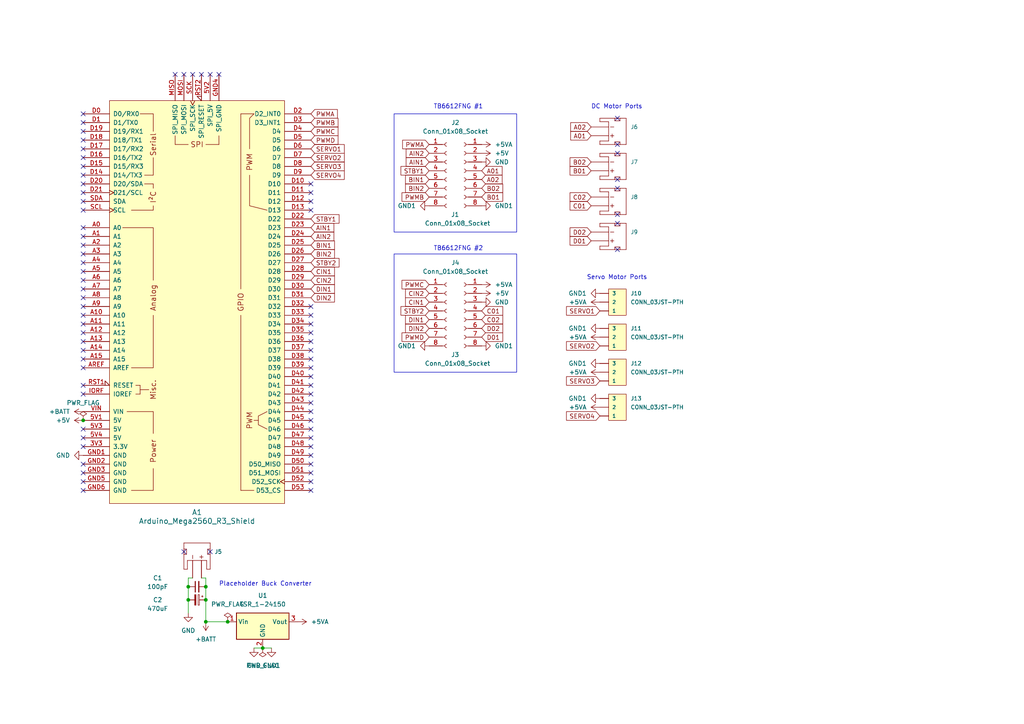
<source format=kicad_sch>
(kicad_sch (version 20230121) (generator eeschema)
  (paper "A4")
  (lib_symbols
    (symbol "CONN_03JST-PTH_1" (pin_numbers hide) (pin_names (offset 1.016))
      (property "Reference" "J" (at -5.08 7.62 0))
      (property "Value" "CONN_03JST-PTH" (at -5.08 -3.81 0))
      (property "Field4" "WIRE-10037" (at 0 11.43 0))
      (symbol "CONN_03JST-PTH_1_0_1"
        (rectangle (start 0 -1.27) (end -5.08 6.35) (fill (type background)))
      )
      (symbol "CONN_03JST-PTH_1_1_1"
        (pin passive line (at 2.54 0 180) (length 2.54) (name "1") (number "1"))
        (pin passive line (at 2.54 2.54 180) (length 2.54) (name "2") (number "2"))
        (pin passive line (at 2.54 5.08 180) (length 2.54) (name "3") (number "3"))
      )
    )
    (symbol "CONN_03JST-PTH_2" (pin_numbers hide) (pin_names (offset 1.016))
      (property "Reference" "J" (at -5.08 7.62 0))
      (property "Value" "CONN_03JST-PTH" (at -5.08 -3.81 0))
      (property "Field4" "WIRE-10037" (at 0 11.43 0))
      (symbol "CONN_03JST-PTH_2_0_1"
        (rectangle (start 0 -1.27) (end -5.08 6.35) (fill (type background)))
      )
      (symbol "CONN_03JST-PTH_2_1_1"
        (pin passive line (at 2.54 0 180) (length 2.54) (name "1") (number "1"))
        (pin passive line (at 2.54 2.54 180) (length 2.54) (name "2") (number "2"))
        (pin passive line (at 2.54 5.08 180) (length 2.54) (name "3") (number "3"))
      )
    )
    (symbol "CONN_03JST-PTH_3" (pin_numbers hide) (pin_names (offset 1.016))
      (property "Reference" "J" (at -5.08 7.62 0))
      (property "Value" "CONN_03JST-PTH" (at -5.08 -3.81 0))
      (property "Field4" "WIRE-10037" (at 0 11.43 0))
      (symbol "CONN_03JST-PTH_3_0_1"
        (rectangle (start 0 -1.27) (end -5.08 6.35) (fill (type background)))
      )
      (symbol "CONN_03JST-PTH_3_1_1"
        (pin passive line (at 2.54 0 180) (length 2.54) (name "1") (number "1"))
        (pin passive line (at 2.54 2.54 180) (length 2.54) (name "2") (number "2"))
        (pin passive line (at 2.54 5.08 180) (length 2.54) (name "3") (number "3"))
      )
    )
    (symbol "Connector:Conn_01x08_Socket" (pin_names (offset 1.016) hide)
      (property "Reference" "J" (at 0 10.16 0))
      (property "Value" "Conn_01x08_Socket" (at 0 -12.7 0))
      (symbol "Conn_01x08_Socket_1_1"
        (arc (start 0 -9.652) (mid -0.5058 -10.16) (end 0 -10.668) (stroke (width 0.1524)))
        (arc (start 0 -7.112) (mid -0.5058 -7.62) (end 0 -8.128) (stroke (width 0.1524)))
        (arc (start 0 -4.572) (mid -0.5058 -5.08) (end 0 -5.588) (stroke (width 0.1524)))
        (arc (start 0 -2.032) (mid -0.5058 -2.54) (end 0 -3.048) (stroke (width 0.1524)))
        (polyline (pts (xy -1.27 -10.16) (xy -0.508 -10.16)) (stroke (width 0.1524)))
        (polyline (pts (xy -1.27 -7.62) (xy -0.508 -7.62)) (stroke (width 0.1524)))
        (polyline (pts (xy -1.27 -5.08) (xy -0.508 -5.08)) (stroke (width 0.1524)))
        (polyline (pts (xy -1.27 -2.54) (xy -0.508 -2.54)) (stroke (width 0.1524)))
        (polyline (pts (xy -1.27 0) (xy -0.508 0)) (stroke (width 0.1524)))
        (polyline (pts (xy -1.27 2.54) (xy -0.508 2.54)) (stroke (width 0.1524)))
        (polyline (pts (xy -1.27 5.08) (xy -0.508 5.08)) (stroke (width 0.1524)))
        (polyline (pts (xy -1.27 7.62) (xy -0.508 7.62)) (stroke (width 0.1524)))
        (arc (start 0 0.508) (mid -0.5058 0) (end 0 -0.508) (stroke (width 0.1524)))
        (arc (start 0 3.048) (mid -0.5058 2.54) (end 0 2.032) (stroke (width 0.1524)))
        (arc (start 0 5.588) (mid -0.5058 5.08) (end 0 4.572) (stroke (width 0.1524)))
        (arc (start 0 8.128) (mid -0.5058 7.62) (end 0 7.112) (stroke (width 0.1524)))
        (pin passive line (at -5.08 7.62 0) (length 3.81) (name "Pin_1") (number "1"))
        (pin passive line (at -5.08 5.08 0) (length 3.81) (name "Pin_2") (number "2"))
        (pin passive line (at -5.08 2.54 0) (length 3.81) (name "Pin_3") (number "3"))
        (pin passive line (at -5.08 0 0) (length 3.81) (name "Pin_4") (number "4"))
        (pin passive line (at -5.08 -2.54 0) (length 3.81) (name "Pin_5") (number "5"))
        (pin passive line (at -5.08 -5.08 0) (length 3.81) (name "Pin_6") (number "6"))
        (pin passive line (at -5.08 -7.62 0) (length 3.81) (name "Pin_7") (number "7"))
        (pin passive line (at -5.08 -10.16 0) (length 3.81) (name "Pin_8") (number "8"))
      )
    )
    (symbol "Device:C_Polarized_Small" (pin_numbers hide) (pin_names (offset 0.254) hide)
      (property "Reference" "C" (at 0.254 1.778 0))
      (property "Value" "C_Polarized_Small" (at 0.254 -2.032 0))
      (symbol "C_Polarized_Small_0_1"
        (rectangle (start -1.524 -0.3048) (end 1.524 -0.6858) (fill (type outline)))
        (rectangle (start -1.524 0.6858) (end 1.524 0.3048))
        (polyline (pts (xy -1.27 1.524) (xy -0.762 1.524)))
        (polyline (pts (xy -1.016 1.27) (xy -1.016 1.778)))
      )
      (symbol "C_Polarized_Small_1_1"
        (pin passive line (at 0 2.54 270) (length 1.8542) (name "~") (number "1"))
        (pin passive line (at 0 -2.54 90) (length 1.8542) (name "~") (number "2"))
      )
    )
    (symbol "Device:C_Small" (pin_numbers hide) (pin_names (offset 0.254) hide)
      (property "Reference" "C" (at 0.254 1.778 0))
      (property "Value" "C_Small" (at 0.254 -2.032 0))
      (symbol "C_Small_0_1"
        (polyline (pts (xy -1.524 -0.508) (xy 1.524 -0.508)) (stroke (width 0.3302)))
        (polyline (pts (xy -1.524 0.508) (xy 1.524 0.508)) (stroke (width 0.3048)))
      )
      (symbol "C_Small_1_1"
        (pin passive line (at 0 2.54 270) (length 2.032) (name "~") (number "1"))
        (pin passive line (at 0 -2.54 90) (length 2.032) (name "~") (number "2"))
      )
    )
    (symbol "JST_2MM_MALE_1" (pin_numbers hide) (pin_names (offset 1.016) hide)
      (property "Reference" "J" (at -3.81 6.35 0))
      (property "Field4" "CONN-11443" (at 0 10.16 0))
      (symbol "JST_2MM_MALE_1_1_0"
        (polyline (pts (xy -3.81 -2.54) (xy -3.81 1.778)))
        (polyline (pts (xy -3.81 -2.54) (xy -2.794 -2.54)))
        (polyline (pts (xy -3.81 1.778) (xy -3.81 3.302)))
        (polyline (pts (xy -3.81 1.778) (xy -3.048 1.778)))
        (polyline (pts (xy -3.81 3.302) (xy -3.81 5.08)))
        (polyline (pts (xy -3.81 5.08) (xy 3.81 5.08)))
        (polyline (pts (xy -3.048 1.778) (xy -3.048 3.302)))
        (polyline (pts (xy -3.048 3.302) (xy -3.81 3.302)))
        (polyline (pts (xy -2.794 0) (xy -2.794 -2.54)))
        (polyline (pts (xy -1.27 0.508) (xy -1.27 1.524)))
        (polyline (pts (xy 0.762 1.016) (xy 1.778 1.016)))
        (polyline (pts (xy 1.27 0.508) (xy 1.27 1.524)))
        (polyline (pts (xy 2.794 -2.54) (xy 2.794 0)))
        (polyline (pts (xy 2.794 0) (xy -2.794 0)))
        (polyline (pts (xy 3.81 -2.54) (xy 2.794 -2.54)))
        (polyline (pts (xy 3.81 1.778) (xy 3.81 -2.54)))
        (polyline (pts (xy 3.81 5.08) (xy 3.81 3.302)))
      )
      (symbol "JST_2MM_MALE_1_1_1"
        (polyline (pts (xy 3.81 1.778) (xy 3.048 1.778) (xy 3.048 3.302) (xy 3.81 3.302) (xy 3.81 1.778)))
        (pin bidirectional line (at -1.27 -5.08 90) (length 5.08) (name "-") (number "1"))
        (pin bidirectional line (at 1.27 -5.08 90) (length 5.08) (name "+") (number "2"))
        (pin bidirectional line (at -3.81 2.54 90) (length 0) (name "PAD1") (number "NC1"))
        (pin bidirectional line (at 3.81 2.54 90) (length 0) (name "PAD2") (number "NC2"))
      )
    )
    (symbol "JST_2MM_MALE_2" (pin_numbers hide) (pin_names (offset 1.016) hide)
      (property "Reference" "J" (at -3.81 6.35 0))
      (property "Field4" "CONN-11443" (at 0 10.16 0))
      (symbol "JST_2MM_MALE_2_1_0"
        (polyline (pts (xy -3.81 -2.54) (xy -3.81 1.778)))
        (polyline (pts (xy -3.81 -2.54) (xy -2.794 -2.54)))
        (polyline (pts (xy -3.81 1.778) (xy -3.81 3.302)))
        (polyline (pts (xy -3.81 1.778) (xy -3.048 1.778)))
        (polyline (pts (xy -3.81 3.302) (xy -3.81 5.08)))
        (polyline (pts (xy -3.81 5.08) (xy 3.81 5.08)))
        (polyline (pts (xy -3.048 1.778) (xy -3.048 3.302)))
        (polyline (pts (xy -3.048 3.302) (xy -3.81 3.302)))
        (polyline (pts (xy -2.794 0) (xy -2.794 -2.54)))
        (polyline (pts (xy -1.27 0.508) (xy -1.27 1.524)))
        (polyline (pts (xy 0.762 1.016) (xy 1.778 1.016)))
        (polyline (pts (xy 1.27 0.508) (xy 1.27 1.524)))
        (polyline (pts (xy 2.794 -2.54) (xy 2.794 0)))
        (polyline (pts (xy 2.794 0) (xy -2.794 0)))
        (polyline (pts (xy 3.81 -2.54) (xy 2.794 -2.54)))
        (polyline (pts (xy 3.81 1.778) (xy 3.81 -2.54)))
        (polyline (pts (xy 3.81 5.08) (xy 3.81 3.302)))
      )
      (symbol "JST_2MM_MALE_2_1_1"
        (polyline (pts (xy 3.81 1.778) (xy 3.048 1.778) (xy 3.048 3.302) (xy 3.81 3.302) (xy 3.81 1.778)))
        (pin bidirectional line (at -1.27 -5.08 90) (length 5.08) (name "-") (number "1"))
        (pin bidirectional line (at 1.27 -5.08 90) (length 5.08) (name "+") (number "2"))
        (pin bidirectional line (at -3.81 2.54 90) (length 0) (name "PAD1") (number "NC1"))
        (pin bidirectional line (at 3.81 2.54 90) (length 0) (name "PAD2") (number "NC2"))
      )
    )
    (symbol "JST_2MM_MALE_3" (pin_numbers hide) (pin_names (offset 1.016) hide)
      (property "Reference" "J" (at -3.81 6.35 0))
      (property "Field4" "CONN-11443" (at 0 10.16 0))
      (symbol "JST_2MM_MALE_3_1_0"
        (polyline (pts (xy -3.81 -2.54) (xy -3.81 1.778)))
        (polyline (pts (xy -3.81 -2.54) (xy -2.794 -2.54)))
        (polyline (pts (xy -3.81 1.778) (xy -3.81 3.302)))
        (polyline (pts (xy -3.81 1.778) (xy -3.048 1.778)))
        (polyline (pts (xy -3.81 3.302) (xy -3.81 5.08)))
        (polyline (pts (xy -3.81 5.08) (xy 3.81 5.08)))
        (polyline (pts (xy -3.048 1.778) (xy -3.048 3.302)))
        (polyline (pts (xy -3.048 3.302) (xy -3.81 3.302)))
        (polyline (pts (xy -2.794 0) (xy -2.794 -2.54)))
        (polyline (pts (xy -1.27 0.508) (xy -1.27 1.524)))
        (polyline (pts (xy 0.762 1.016) (xy 1.778 1.016)))
        (polyline (pts (xy 1.27 0.508) (xy 1.27 1.524)))
        (polyline (pts (xy 2.794 -2.54) (xy 2.794 0)))
        (polyline (pts (xy 2.794 0) (xy -2.794 0)))
        (polyline (pts (xy 3.81 -2.54) (xy 2.794 -2.54)))
        (polyline (pts (xy 3.81 1.778) (xy 3.81 -2.54)))
        (polyline (pts (xy 3.81 5.08) (xy 3.81 3.302)))
      )
      (symbol "JST_2MM_MALE_3_1_1"
        (polyline (pts (xy 3.81 1.778) (xy 3.048 1.778) (xy 3.048 3.302) (xy 3.81 3.302) (xy 3.81 1.778)))
        (pin bidirectional line (at -1.27 -5.08 90) (length 5.08) (name "-") (number "1"))
        (pin bidirectional line (at 1.27 -5.08 90) (length 5.08) (name "+") (number "2"))
        (pin bidirectional line (at -3.81 2.54 90) (length 0) (name "PAD1") (number "NC1"))
        (pin bidirectional line (at 3.81 2.54 90) (length 0) (name "PAD2") (number "NC2"))
      )
    )
    (symbol "JST_2MM_MALE_4" (pin_numbers hide) (pin_names (offset 1.016) hide)
      (property "Reference" "J" (at -3.81 6.35 0))
      (property "Field4" "CONN-11443" (at 0 10.16 0))
      (symbol "JST_2MM_MALE_4_1_0"
        (polyline (pts (xy -3.81 -2.54) (xy -3.81 1.778)))
        (polyline (pts (xy -3.81 -2.54) (xy -2.794 -2.54)))
        (polyline (pts (xy -3.81 1.778) (xy -3.81 3.302)))
        (polyline (pts (xy -3.81 1.778) (xy -3.048 1.778)))
        (polyline (pts (xy -3.81 3.302) (xy -3.81 5.08)))
        (polyline (pts (xy -3.81 5.08) (xy 3.81 5.08)))
        (polyline (pts (xy -3.048 1.778) (xy -3.048 3.302)))
        (polyline (pts (xy -3.048 3.302) (xy -3.81 3.302)))
        (polyline (pts (xy -2.794 0) (xy -2.794 -2.54)))
        (polyline (pts (xy -1.27 0.508) (xy -1.27 1.524)))
        (polyline (pts (xy 0.762 1.016) (xy 1.778 1.016)))
        (polyline (pts (xy 1.27 0.508) (xy 1.27 1.524)))
        (polyline (pts (xy 2.794 -2.54) (xy 2.794 0)))
        (polyline (pts (xy 2.794 0) (xy -2.794 0)))
        (polyline (pts (xy 3.81 -2.54) (xy 2.794 -2.54)))
        (polyline (pts (xy 3.81 1.778) (xy 3.81 -2.54)))
        (polyline (pts (xy 3.81 5.08) (xy 3.81 3.302)))
      )
      (symbol "JST_2MM_MALE_4_1_1"
        (polyline (pts (xy 3.81 1.778) (xy 3.048 1.778) (xy 3.048 3.302) (xy 3.81 3.302) (xy 3.81 1.778)))
        (pin bidirectional line (at -1.27 -5.08 90) (length 5.08) (name "-") (number "1"))
        (pin bidirectional line (at 1.27 -5.08 90) (length 5.08) (name "+") (number "2"))
        (pin bidirectional line (at -3.81 2.54 90) (length 0) (name "PAD1") (number "NC1"))
        (pin bidirectional line (at 3.81 2.54 90) (length 0) (name "PAD2") (number "NC2"))
      )
    )
    (symbol "PCM_arduino-library:Arduino_Mega2560_R3_Shield" (pin_names (offset 1.016))
      (property "Reference" "A" (at 0 -62.23 0))
      (property "Value" "Arduino_Mega2560_R3_Shield" (at 0 -66.04 0))
      (symbol "Arduino_Mega2560_R3_Shield_0_0"
        (rectangle (start -25.4 -58.42) (end 25.4 58.42) (fill (type background)))
        (rectangle (start -20.32 -31.75) (end -12.7 -31.75))
        (rectangle (start -19.05 -54.61) (end -12.7 -54.61))
        (rectangle (start -19.05 -19.05) (end -12.7 -19.05))
        (rectangle (start -19.05 26.67) (end -12.7 26.67))
        (rectangle (start -17.78 -26.67) (end -16.51 -26.67))
        (rectangle (start -17.78 -24.13) (end -16.51 -24.13))
        (rectangle (start -16.51 -25.4) (end -13.97 -25.4))
        (rectangle (start -16.51 -24.13) (end -16.51 -26.67))
        (rectangle (start -16.51 54.61) (end -12.7 54.61))
        (rectangle (start -15.24 34.29) (end -12.7 34.29))
        (rectangle (start -15.24 36.83) (end -12.7 36.83))
        (rectangle (start -12.7 -54.61) (end -12.7 -48.26))
        (rectangle (start -12.7 -31.75) (end -12.7 -38.1))
        (rectangle (start -12.7 26.67) (end -12.7 27.94))
        (rectangle (start -12.7 34.29) (end -12.7 33.02))
        (rectangle (start -12.7 41.91) (end -12.7 36.83))
        (rectangle (start -12.7 49.53) (end -12.7 54.61))
        (rectangle (start -6.35 48.26) (end -6.35 45.72))
        (rectangle (start -2.54 45.72) (end -6.35 45.72))
        (polyline (pts (xy -21.59 21.59) (xy -12.7 21.59)))
        (polyline (pts (xy -12.7 -19.05) (xy -12.7 -3.81)))
        (polyline (pts (xy -12.7 6.35) (xy -12.7 21.59)))
        (polyline (pts (xy 12.7 -54.61) (xy 16.51 -54.61)))
        (polyline (pts (xy 12.7 54.61) (xy 16.51 54.61)))
        (polyline (pts (xy 17.78 -34.29) (xy 16.51 -34.29)))
        (polyline (pts (xy 15.24 36.83) (xy 15.24 27.94) (xy 20.32 26.67)))
        (polyline (pts (xy 15.24 44.45) (xy 15.24 53.34) (xy 16.51 54.61)))
        (polyline (pts (xy 20.32 -31.75) (xy 17.78 -33.02) (xy 17.78 -35.56) (xy 20.32 -36.83)))
        (rectangle (start 6.35 45.72) (end 2.54 45.72))
        (rectangle (start 6.35 48.26) (end 6.35 45.72))
        (text "Analog" (at -12.7 1.27 900) (effects (font (size 1.524 1.524))))
        (text "I²C" (at -12.7 30.48 900) (effects (font (size 1.524 1.524))))
        (text "Misc." (at -12.7 -25.4 900) (effects (font (size 1.524 1.524))))
        (text "Power" (at -12.7 -43.18 900) (effects (font (size 1.524 1.524))))
        (text "PWM" (at 15.24 -34.29 900) (effects (font (size 1.524 1.524))))
        (text "PWM" (at 15.24 40.64 900) (effects (font (size 1.524 1.524))))
        (text "Serial" (at -12.7 45.72 900) (effects (font (size 1.524 1.524))))
        (text "SPI" (at 0 45.72 0) (effects (font (size 1.524 1.524))))
      )
      (symbol "Arduino_Mega2560_R3_Shield_1_0"
        (rectangle (start 12.7 -54.61) (end 12.7 -3.81))
        (rectangle (start 12.7 54.61) (end 12.7 3.81))
        (text "GPIO" (at 12.7 0 900) (effects (font (size 1.524 1.524))))
      )
      (symbol "Arduino_Mega2560_R3_Shield_1_1"
        (pin power_out line (at -33.02 -41.91 0) (length 7.62) (name "3.3V") (number "3V3"))
        (pin power_in line (at -33.02 -34.29 0) (length 7.62) (name "5V") (number "5V1"))
        (pin power_in line (at 3.81 66.04 270) (length 7.62) (name "SPI_5V") (number "5V2"))
        (pin power_in line (at -33.02 -36.83 0) (length 7.62) (name "5V") (number "5V3"))
        (pin power_in line (at -33.02 -39.37 0) (length 7.62) (name "5V") (number "5V4"))
        (pin bidirectional line (at -33.02 21.59 0) (length 7.62) (name "A0") (number "A0"))
        (pin bidirectional line (at -33.02 19.05 0) (length 7.62) (name "A1") (number "A1"))
        (pin bidirectional line (at -33.02 -3.81 0) (length 7.62) (name "A10") (number "A10"))
        (pin bidirectional line (at -33.02 -6.35 0) (length 7.62) (name "A11") (number "A11"))
        (pin bidirectional line (at -33.02 -8.89 0) (length 7.62) (name "A12") (number "A12"))
        (pin bidirectional line (at -33.02 -11.43 0) (length 7.62) (name "A13") (number "A13"))
        (pin bidirectional line (at -33.02 -13.97 0) (length 7.62) (name "A14") (number "A14"))
        (pin bidirectional line (at -33.02 -16.51 0) (length 7.62) (name "A15") (number "A15"))
        (pin bidirectional line (at -33.02 16.51 0) (length 7.62) (name "A2") (number "A2"))
        (pin bidirectional line (at -33.02 13.97 0) (length 7.62) (name "A3") (number "A3"))
        (pin bidirectional line (at -33.02 11.43 0) (length 7.62) (name "A4") (number "A4"))
        (pin bidirectional line (at -33.02 8.89 0) (length 7.62) (name "A5") (number "A5"))
        (pin bidirectional line (at -33.02 6.35 0) (length 7.62) (name "A6") (number "A6"))
        (pin bidirectional line (at -33.02 3.81 0) (length 7.62) (name "A7") (number "A7"))
        (pin bidirectional line (at -33.02 1.27 0) (length 7.62) (name "A8") (number "A8"))
        (pin bidirectional line (at -33.02 -1.27 0) (length 7.62) (name "A9") (number "A9"))
        (pin input line (at -33.02 -19.05 0) (length 7.62) (name "AREF") (number "AREF"))
        (pin bidirectional line (at -33.02 54.61 0) (length 7.62) (name "D0/RX0") (number "D0"))
        (pin bidirectional line (at -33.02 52.07 0) (length 7.62) (name "D1/TX0") (number "D1"))
        (pin bidirectional line (at 33.02 34.29 180) (length 7.62) (name "D10") (number "D10"))
        (pin bidirectional line (at 33.02 31.75 180) (length 7.62) (name "D11") (number "D11"))
        (pin bidirectional line (at 33.02 29.21 180) (length 7.62) (name "D12") (number "D12"))
        (pin bidirectional line (at 33.02 26.67 180) (length 7.62) (name "D13") (number "D13"))
        (pin bidirectional line (at -33.02 36.83 0) (length 7.62) (name "D14/TX3") (number "D14"))
        (pin bidirectional line (at -33.02 39.37 0) (length 7.62) (name "D15/RX3") (number "D15"))
        (pin bidirectional line (at -33.02 41.91 0) (length 7.62) (name "D16/TX2") (number "D16"))
        (pin bidirectional line (at -33.02 44.45 0) (length 7.62) (name "D17/RX2") (number "D17"))
        (pin bidirectional line (at -33.02 46.99 0) (length 7.62) (name "D18/TX1") (number "D18"))
        (pin bidirectional line (at -33.02 49.53 0) (length 7.62) (name "D19/RX1") (number "D19"))
        (pin bidirectional line (at 33.02 54.61 180) (length 7.62) (name "D2_INT0") (number "D2"))
        (pin bidirectional line (at -33.02 34.29 0) (length 7.62) (name "D20/SDA") (number "D20"))
        (pin bidirectional clock (at -33.02 31.75 0) (length 7.62) (name "D21/SCL") (number "D21"))
        (pin bidirectional line (at 33.02 24.13 180) (length 7.62) (name "D22") (number "D22"))
        (pin bidirectional line (at 33.02 21.59 180) (length 7.62) (name "D23") (number "D23"))
        (pin bidirectional line (at 33.02 19.05 180) (length 7.62) (name "D24") (number "D24"))
        (pin bidirectional line (at 33.02 16.51 180) (length 7.62) (name "D25") (number "D25"))
        (pin bidirectional line (at 33.02 13.97 180) (length 7.62) (name "D26") (number "D26"))
        (pin bidirectional line (at 33.02 11.43 180) (length 7.62) (name "D27") (number "D27"))
        (pin bidirectional line (at 33.02 8.89 180) (length 7.62) (name "D28") (number "D28"))
        (pin bidirectional line (at 33.02 6.35 180) (length 7.62) (name "D29") (number "D29"))
        (pin bidirectional line (at 33.02 52.07 180) (length 7.62) (name "D3_INT1") (number "D3"))
        (pin bidirectional line (at 33.02 3.81 180) (length 7.62) (name "D30") (number "D30"))
        (pin bidirectional line (at 33.02 1.27 180) (length 7.62) (name "D31") (number "D31"))
        (pin bidirectional line (at 33.02 -1.27 180) (length 7.62) (name "D32") (number "D32"))
        (pin bidirectional line (at 33.02 -3.81 180) (length 7.62) (name "D33") (number "D33"))
        (pin bidirectional line (at 33.02 -6.35 180) (length 7.62) (name "D34") (number "D34"))
        (pin bidirectional line (at 33.02 -8.89 180) (length 7.62) (name "D35") (number "D35"))
        (pin bidirectional line (at 33.02 -11.43 180) (length 7.62) (name "D36") (number "D36"))
        (pin bidirectional line (at 33.02 -13.97 180) (length 7.62) (name "D37") (number "D37"))
        (pin bidirectional line (at 33.02 -16.51 180) (length 7.62) (name "D38") (number "D38"))
        (pin bidirectional line (at 33.02 -19.05 180) (length 7.62) (name "D39") (number "D39"))
        (pin bidirectional line (at 33.02 49.53 180) (length 7.62) (name "D4") (number "D4"))
        (pin bidirectional line (at 33.02 -21.59 180) (length 7.62) (name "D40") (number "D40"))
        (pin bidirectional line (at 33.02 -24.13 180) (length 7.62) (name "D41") (number "D41"))
        (pin bidirectional line (at 33.02 -26.67 180) (length 7.62) (name "D42") (number "D42"))
        (pin bidirectional line (at 33.02 -29.21 180) (length 7.62) (name "D43") (number "D43"))
        (pin bidirectional line (at 33.02 -31.75 180) (length 7.62) (name "D44") (number "D44"))
        (pin bidirectional line (at 33.02 -34.29 180) (length 7.62) (name "D45") (number "D45"))
        (pin bidirectional line (at 33.02 -36.83 180) (length 7.62) (name "D46") (number "D46"))
        (pin bidirectional line (at 33.02 -39.37 180) (length 7.62) (name "D47") (number "D47"))
        (pin bidirectional line (at 33.02 -41.91 180) (length 7.62) (name "D48") (number "D48"))
        (pin bidirectional line (at 33.02 -44.45 180) (length 7.62) (name "D49") (number "D49"))
        (pin bidirectional line (at 33.02 46.99 180) (length 7.62) (name "D5") (number "D5"))
        (pin bidirectional line (at 33.02 -46.99 180) (length 7.62) (name "D50_MISO") (number "D50"))
        (pin bidirectional line (at 33.02 -49.53 180) (length 7.62) (name "D51_MOSI") (number "D51"))
        (pin bidirectional clock (at 33.02 -52.07 180) (length 7.62) (name "D52_SCK") (number "D52"))
        (pin bidirectional line (at 33.02 -54.61 180) (length 7.62) (name "D53_CS") (number "D53"))
        (pin bidirectional line (at 33.02 44.45 180) (length 7.62) (name "D6") (number "D6"))
        (pin bidirectional line (at 33.02 41.91 180) (length 7.62) (name "D7") (number "D7"))
        (pin bidirectional line (at 33.02 39.37 180) (length 7.62) (name "D8") (number "D8"))
        (pin bidirectional line (at 33.02 36.83 180) (length 7.62) (name "D9") (number "D9"))
        (pin power_in line (at -33.02 -44.45 0) (length 7.62) (name "GND") (number "GND1"))
        (pin power_in line (at -33.02 -46.99 0) (length 7.62) (name "GND") (number "GND2"))
        (pin power_in line (at -33.02 -49.53 0) (length 7.62) (name "GND") (number "GND3"))
        (pin power_in line (at 6.35 66.04 270) (length 7.62) (name "SPI_GND") (number "GND4"))
        (pin power_in line (at -33.02 -52.07 0) (length 7.62) (name "GND") (number "GND5"))
        (pin power_in line (at -33.02 -54.61 0) (length 7.62) (name "GND") (number "GND6"))
        (pin output line (at -33.02 -26.67 0) (length 7.62) (name "IOREF") (number "IORF"))
        (pin input line (at -6.35 66.04 270) (length 7.62) (name "SPI_MISO") (number "MISO"))
        (pin output line (at -3.81 66.04 270) (length 7.62) (name "SPI_MOSI") (number "MOSI"))
        (pin open_collector input_low (at -33.02 -24.13 0) (length 7.62) (name "RESET") (number "RST1"))
        (pin open_collector input_low (at 1.27 66.04 270) (length 7.62) (name "SPI_RESET") (number "RST2"))
        (pin output clock (at -1.27 66.04 270) (length 7.62) (name "SPI_SCK") (number "SCK"))
        (pin bidirectional clock (at -33.02 26.67 0) (length 7.62) (name "SCL") (number "SCL"))
        (pin bidirectional line (at -33.02 29.21 0) (length 7.62) (name "SDA") (number "SDA"))
        (pin power_in line (at -33.02 -31.75 0) (length 7.62) (name "VIN") (number "VIN"))
      )
    )
    (symbol "Regulator_Switching:TSR_1-24150"
      (property "Reference" "U" (at -7.62 6.35 0))
      (property "Value" "TSR_1-24150" (at -1.27 6.35 0))
      (symbol "TSR_1-24150_0_1"
        (rectangle (start -7.62 5.08) (end 7.62 -2.54) (stroke (width 0.254)) (fill (type background)))
      )
      (symbol "TSR_1-24150_1_1"
        (pin power_in line (at -10.16 2.54 0) (length 2.54) (name "Vin") (number "1"))
        (pin power_in line (at 0 -5.08 90) (length 2.54) (name "GND") (number "2"))
        (pin power_out line (at 10.16 2.54 180) (length 2.54) (name "Vout") (number "3"))
      )
    )
    (symbol "SparkFun-Connectors:CONN_03JST-PTH" (pin_numbers hide) (pin_names (offset 1.016))
      (property "Reference" "J" (at -5.08 7.62 0))
      (property "Value" "CONN_03JST-PTH" (at -5.08 -3.81 0))
      (property "Field4" "WIRE-10037" (at 0 11.43 0))
      (symbol "CONN_03JST-PTH_0_1"
        (rectangle (start 0 -1.27) (end -5.08 6.35) (fill (type background)))
      )
      (symbol "CONN_03JST-PTH_1_1"
        (pin passive line (at 2.54 0 180) (length 2.54) (name "1") (number "1"))
        (pin passive line (at 2.54 2.54 180) (length 2.54) (name "2") (number "2"))
        (pin passive line (at 2.54 5.08 180) (length 2.54) (name "3") (number "3"))
      )
    )
    (symbol "SparkFun-Connectors:JST_2MM_MALE" (pin_numbers hide) (pin_names (offset 1.016) hide)
      (property "Reference" "J" (at -3.81 6.35 0))
      (property "Field4" "CONN-11443" (at 0 10.16 0))
      (symbol "JST_2MM_MALE_1_0"
        (polyline (pts (xy -3.81 -2.54) (xy -3.81 1.778)))
        (polyline (pts (xy -3.81 -2.54) (xy -2.794 -2.54)))
        (polyline (pts (xy -3.81 1.778) (xy -3.81 3.302)))
        (polyline (pts (xy -3.81 1.778) (xy -3.048 1.778)))
        (polyline (pts (xy -3.81 3.302) (xy -3.81 5.08)))
        (polyline (pts (xy -3.81 5.08) (xy 3.81 5.08)))
        (polyline (pts (xy -3.048 1.778) (xy -3.048 3.302)))
        (polyline (pts (xy -3.048 3.302) (xy -3.81 3.302)))
        (polyline (pts (xy -2.794 0) (xy -2.794 -2.54)))
        (polyline (pts (xy -1.27 0.508) (xy -1.27 1.524)))
        (polyline (pts (xy 0.762 1.016) (xy 1.778 1.016)))
        (polyline (pts (xy 1.27 0.508) (xy 1.27 1.524)))
        (polyline (pts (xy 2.794 -2.54) (xy 2.794 0)))
        (polyline (pts (xy 2.794 0) (xy -2.794 0)))
        (polyline (pts (xy 3.81 -2.54) (xy 2.794 -2.54)))
        (polyline (pts (xy 3.81 1.778) (xy 3.81 -2.54)))
        (polyline (pts (xy 3.81 5.08) (xy 3.81 3.302)))
      )
      (symbol "JST_2MM_MALE_1_1"
        (polyline (pts (xy 3.81 1.778) (xy 3.048 1.778) (xy 3.048 3.302) (xy 3.81 3.302) (xy 3.81 1.778)))
        (pin bidirectional line (at -1.27 -5.08 90) (length 5.08) (name "-") (number "1"))
        (pin bidirectional line (at 1.27 -5.08 90) (length 5.08) (name "+") (number "2"))
        (pin bidirectional line (at -3.81 2.54 90) (length 0) (name "PAD1") (number "NC1"))
        (pin bidirectional line (at 3.81 2.54 90) (length 0) (name "PAD2") (number "NC2"))
      )
    )
    (symbol "power:+5V" (power) (pin_names (offset 0))
      (property "Value" "+5V" (at 0 3.556 0))
      (symbol "+5V_0_1"
        (polyline (pts (xy -0.762 1.27) (xy 0 2.54)))
        (polyline (pts (xy 0 0) (xy 0 2.54)))
        (polyline (pts (xy 0 2.54) (xy 0.762 1.27)))
      )
      (symbol "+5V_1_1"
        (pin power_in line (at 0 0 90) (length 0) hide (name "+5V") (number "1"))
      )
    )
    (symbol "power:+5VA" (power) (pin_names (offset 0))
      (property "Value" "+5VA" (at 0 3.556 0))
      (symbol "+5VA_0_1"
        (polyline (pts (xy -0.762 1.27) (xy 0 2.54)))
        (polyline (pts (xy 0 0) (xy 0 2.54)))
        (polyline (pts (xy 0 2.54) (xy 0.762 1.27)))
      )
      (symbol "+5VA_1_1"
        (pin power_in line (at 0 0 90) (length 0) hide (name "+5VA") (number "1"))
      )
    )
    (symbol "power:+BATT" (power) (pin_names (offset 0))
      (property "Value" "+BATT" (at 0 3.556 0))
      (symbol "+BATT_0_1"
        (polyline (pts (xy -0.762 1.27) (xy 0 2.54)))
        (polyline (pts (xy 0 0) (xy 0 2.54)))
        (polyline (pts (xy 0 2.54) (xy 0.762 1.27)))
      )
      (symbol "+BATT_1_1"
        (pin power_in line (at 0 0 90) (length 0) hide (name "+BATT") (number "1"))
      )
    )
    (symbol "power:GND" (power) (pin_names (offset 0))
      (property "Value" "GND" (at 0 -3.81 0))
      (symbol "GND_0_1"
        (polyline (pts (xy 0 0) (xy 0 -1.27) (xy 1.27 -1.27) (xy 0 -2.54) (xy -1.27 -1.27) (xy 0 -1.27)))
      )
      (symbol "GND_1_1"
        (pin power_in line (at 0 0 270) (length 0) hide (name "GND") (number "1"))
      )
    )
    (symbol "power:GND1" (power) (pin_names (offset 0))
      (property "Value" "GND1" (at 0 -3.81 0))
      (symbol "GND1_0_1"
        (polyline (pts (xy 0 0) (xy 0 -1.27) (xy 1.27 -1.27) (xy 0 -2.54) (xy -1.27 -1.27) (xy 0 -1.27)))
      )
      (symbol "GND1_1_1"
        (pin power_in line (at 0 0 270) (length 0) hide (name "GND1") (number "1"))
      )
    )
    (symbol "power:PWR_FLAG" (power) (pin_numbers hide) (pin_names (offset 0) hide)
      (property "Value" "PWR_FLAG" (at 0 3.81 0))
      (symbol "PWR_FLAG_0_0"
        (pin power_out line (at 0 0 90) (length 0) (name "pwr") (number "1"))
      )
      (symbol "PWR_FLAG_0_1"
        (polyline (pts (xy 0 0) (xy 0 1.27) (xy -1.016 1.905) (xy 0 2.54) (xy 1.016 1.905) (xy 0 1.27)))
      )
    )
  )
  (junction (at 59.69 173.99))
  (junction (at 54.61 173.99))
  (junction (at 54.61 170.18))
  (junction (at 59.69 170.18))
  (junction (at 59.69 180.34))
  (junction (at 66.04 180.34))
  (junction (at 76.2 187.96))
  (junction (at 24.13 121.92))
  (no_connect (at 90.17 142.24))
  (no_connect (at 179.07 54.61))
  (no_connect (at 24.13 76.2))
  (no_connect (at 24.13 58.42))
  (no_connect (at 90.17 116.84))
  (no_connect (at 24.13 53.34))
  (no_connect (at 90.17 111.76))
  (no_connect (at 90.17 99.06))
  (no_connect (at 24.13 137.16))
  (no_connect (at 90.17 88.9))
  (no_connect (at 179.07 34.29))
  (no_connect (at 24.13 86.36))
  (no_connect (at 179.07 44.45))
  (no_connect (at 24.13 104.14))
  (no_connect (at 53.34 160.02))
  (no_connect (at 90.17 60.96))
  (no_connect (at 50.8 21.59))
  (no_connect (at 24.13 50.8))
  (no_connect (at 24.13 66.04))
  (no_connect (at 24.13 114.3))
  (no_connect (at 63.5 21.59))
  (no_connect (at 24.13 88.9))
  (no_connect (at 24.13 60.96))
  (no_connect (at 24.13 38.1))
  (no_connect (at 24.13 106.68))
  (no_connect (at 90.17 124.46))
  (no_connect (at 24.13 35.56))
  (no_connect (at 90.17 137.16))
  (no_connect (at 90.17 93.98))
  (no_connect (at 90.17 119.38))
  (no_connect (at 60.96 160.02))
  (no_connect (at 24.13 83.82))
  (no_connect (at 90.17 114.3))
  (no_connect (at 90.17 53.34))
  (no_connect (at 24.13 73.66))
  (no_connect (at 60.96 21.59))
  (no_connect (at 24.13 134.62))
  (no_connect (at 179.07 41.91))
  (no_connect (at 90.17 139.7))
  (no_connect (at 24.13 33.02))
  (no_connect (at 90.17 106.68))
  (no_connect (at 24.13 71.12))
  (no_connect (at 24.13 45.72))
  (no_connect (at 24.13 129.54))
  (no_connect (at 53.34 21.59))
  (no_connect (at 90.17 129.54))
  (no_connect (at 24.13 48.26))
  (no_connect (at 90.17 127))
  (no_connect (at 24.13 96.52))
  (no_connect (at 90.17 134.62))
  (no_connect (at 90.17 58.42))
  (no_connect (at 90.17 101.6))
  (no_connect (at 24.13 93.98))
  (no_connect (at 90.17 109.22))
  (no_connect (at 58.42 21.59))
  (no_connect (at 90.17 96.52))
  (no_connect (at 24.13 142.24))
  (no_connect (at 90.17 55.88))
  (no_connect (at 24.13 139.7))
  (no_connect (at 24.13 78.74))
  (no_connect (at 24.13 40.64))
  (no_connect (at 90.17 91.44))
  (no_connect (at 24.13 81.28))
  (no_connect (at 179.07 52.07))
  (no_connect (at 24.13 68.58))
  (no_connect (at 24.13 43.18))
  (no_connect (at 24.13 55.88))
  (no_connect (at 24.13 124.46))
  (no_connect (at 55.88 21.59))
  (no_connect (at 90.17 104.14))
  (no_connect (at 179.07 72.39))
  (no_connect (at 24.13 101.6))
  (no_connect (at 24.13 111.76))
  (no_connect (at 179.07 64.77))
  (no_connect (at 24.13 127))
  (no_connect (at 24.13 99.06))
  (no_connect (at 179.07 62.23))
  (no_connect (at 24.13 91.44))
  (no_connect (at 90.17 121.92))
  (no_connect (at 90.17 132.08))
  (wire (pts (xy 54.61 173.99) (xy 54.61 170.18)))
  (wire (pts (xy 54.61 170.18) (xy 54.61 167.64)))
  (wire (pts (xy 59.69 180.34) (xy 66.04 180.34)))
  (wire (pts (xy 59.69 167.64) (xy 59.69 170.18)))
  (wire (pts (xy 54.61 167.64) (xy 55.88 167.64)))
  (wire (pts (xy 58.42 167.64) (xy 59.69 167.64)))
  (wire (pts (xy 59.69 173.99) (xy 59.69 180.34)))
  (wire (pts (xy 76.2 187.96) (xy 78.74 187.96)))
  (wire (pts (xy 73.66 187.96) (xy 76.2 187.96)))
  (wire (pts (xy 59.69 170.18) (xy 59.69 173.99)))
  (wire (pts (xy 54.61 177.8) (xy 54.61 173.99)))
  (rectangle (start 114.3 73.66) (end 149.86 107.95))
  (rectangle (start 114.3 33.02) (end 149.86 67.31))
  (text "TB6612FNG #1\n" (at 125.73 31.75 0) (effects (font (size 1.27 1.27)) (justify left bottom)))
  (text "Servo Motor Ports\n" (at 170.18 81.28 0) (effects (font (size 1.27 1.27)) (justify left bottom)))
  (text "TB6612FNG #2\n\n" (at 125.73 74.93 0) (effects (font (size 1.27 1.27)) (justify left bottom)))
  (text "Placeholder Buck Converter\n" (at 63.5 170.18 0) (effects (font (size 1.27 1.27)) (justify left bottom)))
  (text "DC Motor Ports\n" (at 171.45 31.75 0) (effects (font (size 1.27 1.27)) (justify left bottom)))
  (global_label "C02" (shape input) (at 139.7 92.71 0) (property "Intersheetrefs" "${INTERSHEET_REFS}" (effects hide)))
  (global_label "STBY2" (shape input) (at 90.17 76.2 0) (property "Intersheetrefs" "${INTERSHEET_REFS}" (effects hide)))
  (global_label "CIN1" (shape input) (at 124.46 87.63 180) (property "Intersheetrefs" "${INTERSHEET_REFS}" (effects hide)))
  (global_label "PWMB" (shape input) (at 90.17 35.56 0) (property "Intersheetrefs" "${INTERSHEET_REFS}" (effects hide)))
  (global_label "PWMD" (shape input) (at 90.17 40.64 0) (property "Intersheetrefs" "${INTERSHEET_REFS}" (effects hide)))
  (global_label "BIN2" (shape input) (at 90.17 73.66 0) (property "Intersheetrefs" "${INTERSHEET_REFS}" (effects hide)))
  (global_label "SERVO2" (shape input) (at 173.99 100.33 180) (property "Intersheetrefs" "${INTERSHEET_REFS}" (effects hide)))
  (global_label "STBY2" (shape input) (at 124.46 90.17 180) (property "Intersheetrefs" "${INTERSHEET_REFS}" (effects hide)))
  (global_label "AIN2" (shape input) (at 90.17 68.58 0) (property "Intersheetrefs" "${INTERSHEET_REFS}" (effects hide)))
  (global_label "DIN2" (shape input) (at 90.17 86.36 0) (property "Intersheetrefs" "${INTERSHEET_REFS}" (effects hide)))
  (global_label "CIN1" (shape input) (at 90.17 78.74 0) (property "Intersheetrefs" "${INTERSHEET_REFS}" (effects hide)))
  (global_label "SERVO1" (shape input) (at 90.17 43.18 0) (property "Intersheetrefs" "${INTERSHEET_REFS}" (effects hide)))
  (global_label "PWMA" (shape input) (at 124.46 41.91 180) (property "Intersheetrefs" "${INTERSHEET_REFS}" (effects hide)))
  (global_label "B02" (shape input) (at 171.45 46.99 180) (property "Intersheetrefs" "${INTERSHEET_REFS}" (effects hide)))
  (global_label "BIN1" (shape input) (at 90.17 71.12 0) (property "Intersheetrefs" "${INTERSHEET_REFS}" (effects hide)))
  (global_label "PWMB" (shape input) (at 124.46 57.15 180) (property "Intersheetrefs" "${INTERSHEET_REFS}" (effects hide)))
  (global_label "STBY1" (shape input) (at 90.17 63.5 0) (property "Intersheetrefs" "${INTERSHEET_REFS}" (effects hide)))
  (global_label "B02" (shape input) (at 139.7 54.61 0) (property "Intersheetrefs" "${INTERSHEET_REFS}" (effects hide)))
  (global_label "D01" (shape input) (at 139.7 97.79 0) (property "Intersheetrefs" "${INTERSHEET_REFS}" (effects hide)))
  (global_label "PWMA" (shape input) (at 90.17 33.02 0) (property "Intersheetrefs" "${INTERSHEET_REFS}" (effects hide)))
  (global_label "SERVO1" (shape input) (at 173.99 90.17 180) (property "Intersheetrefs" "${INTERSHEET_REFS}" (effects hide)))
  (global_label "C01" (shape input) (at 139.7 90.17 0) (property "Intersheetrefs" "${INTERSHEET_REFS}" (effects hide)))
  (global_label "AIN1" (shape input) (at 124.46 46.99 180) (property "Intersheetrefs" "${INTERSHEET_REFS}" (effects hide)))
  (global_label "BIN1" (shape input) (at 124.46 52.07 180) (property "Intersheetrefs" "${INTERSHEET_REFS}" (effects hide)))
  (global_label "D02" (shape input) (at 171.45 67.31 180) (property "Intersheetrefs" "${INTERSHEET_REFS}" (effects hide)))
  (global_label "SERVO2" (shape input) (at 90.17 45.72 0) (property "Intersheetrefs" "${INTERSHEET_REFS}" (effects hide)))
  (global_label "C01" (shape input) (at 171.45 59.69 180) (property "Intersheetrefs" "${INTERSHEET_REFS}" (effects hide)))
  (global_label "D01" (shape input) (at 171.45 69.85 180) (property "Intersheetrefs" "${INTERSHEET_REFS}" (effects hide)))
  (global_label "C02" (shape input) (at 171.45 57.15 180) (property "Intersheetrefs" "${INTERSHEET_REFS}" (effects hide)))
  (global_label "A01" (shape input) (at 171.45 39.37 180) (property "Intersheetrefs" "${INTERSHEET_REFS}" (effects hide)))
  (global_label "PWMC" (shape input) (at 90.17 38.1 0) (property "Intersheetrefs" "${INTERSHEET_REFS}" (effects hide)))
  (global_label "PWMC" (shape input) (at 124.46 82.55 180) (property "Intersheetrefs" "${INTERSHEET_REFS}" (effects hide)))
  (global_label "DIN1" (shape input) (at 124.46 92.71 180) (property "Intersheetrefs" "${INTERSHEET_REFS}" (effects hide)))
  (global_label "B01" (shape input) (at 139.7 57.15 0) (property "Intersheetrefs" "${INTERSHEET_REFS}" (effects hide)))
  (global_label "STBY1" (shape input) (at 124.46 49.53 180) (property "Intersheetrefs" "${INTERSHEET_REFS}" (effects hide)))
  (global_label "CIN2" (shape input) (at 124.46 85.09 180) (property "Intersheetrefs" "${INTERSHEET_REFS}" (effects hide)))
  (global_label "PWMD" (shape input) (at 124.46 97.79 180) (property "Intersheetrefs" "${INTERSHEET_REFS}" (effects hide)))
  (global_label "AIN2" (shape input) (at 124.46 44.45 180) (property "Intersheetrefs" "${INTERSHEET_REFS}" (effects hide)))
  (global_label "SERVO3" (shape input) (at 173.99 110.49 180) (property "Intersheetrefs" "${INTERSHEET_REFS}" (effects hide)))
  (global_label "SERVO3" (shape input) (at 90.17 48.26 0) (property "Intersheetrefs" "${INTERSHEET_REFS}" (effects hide)))
  (global_label "A02" (shape input) (at 171.45 36.83 180) (property "Intersheetrefs" "${INTERSHEET_REFS}" (effects hide)))
  (global_label "A01" (shape input) (at 139.7 49.53 0) (property "Intersheetrefs" "${INTERSHEET_REFS}" (effects hide)))
  (global_label "SERVO4" (shape input) (at 173.99 120.65 180) (property "Intersheetrefs" "${INTERSHEET_REFS}" (effects hide)))
  (global_label "DIN2" (shape input) (at 124.46 95.25 180) (property "Intersheetrefs" "${INTERSHEET_REFS}" (effects hide)))
  (global_label "B01" (shape input) (at 171.45 49.53 180) (property "Intersheetrefs" "${INTERSHEET_REFS}" (effects hide)))
  (global_label "D02" (shape input) (at 139.7 95.25 0) (property "Intersheetrefs" "${INTERSHEET_REFS}" (effects hide)))
  (global_label "A02" (shape input) (at 139.7 52.07 0) (property "Intersheetrefs" "${INTERSHEET_REFS}" (effects hide)))
  (global_label "SERVO4" (shape input) (at 90.17 50.8 0) (property "Intersheetrefs" "${INTERSHEET_REFS}" (effects hide)))
  (global_label "BIN2" (shape input) (at 124.46 54.61 180) (property "Intersheetrefs" "${INTERSHEET_REFS}" (effects hide)))
  (global_label "DIN1" (shape input) (at 90.17 83.82 0) (property "Intersheetrefs" "${INTERSHEET_REFS}" (effects hide)))
  (global_label "CIN2" (shape input) (at 90.17 81.28 0) (property "Intersheetrefs" "${INTERSHEET_REFS}" (effects hide)))
  (global_label "AIN1" (shape input) (at 90.17 66.04 0) (property "Intersheetrefs" "${INTERSHEET_REFS}" (effects hide)))
  (symbol (lib_id "Connector:Conn_01x08_Socket") (at 134.62 90.17 0) (mirror y) (unit 1)
    (property "Reference" "J4" (at 132.08 76.2 0))
    (property "Value" "Conn_01x08_Socket" (at 132.08 78.74 0))
    (property "Footprint" "Connector_TE-Connectivity:TE_MATE-N-LOK_1-770974-x_2x08_P4.14mm_Horizontal" (effects hide))
  )
  (symbol (lib_id "power:GND1") (at 78.74 187.96 0) (unit 1)
    (property "Reference" "#PWR04" (effects hide))
    (property "Value" "GND1" (at 78.74 193.04 0))
  )
  (symbol (lib_name "JST_2MM_MALE_2") (lib_id "SparkFun-Connectors:JST_2MM_MALE") (at 176.53 48.26 270) (unit 1)
    (property "Reference" "J7" (at 182.88 46.99 90) (effects (font (size 1.143 1.143)) (justify left)))
    (property "Value" "JST_2MM_MALE" (effects hide))
    (property "Footprint" "JST-2-SMD" (effects hide))
    (property "Text" "CONN-11443" (effects hide))
  )
  (symbol (lib_id "power:+BATT") (at 59.69 180.34 0) (mirror x) (unit 1)
    (property "Reference" "#PWR02" (effects hide))
    (property "Value" "+BATT" (at 59.69 185.42 0))
  )
  (symbol (lib_id "power:+5VA") (at 139.7 82.55 270) (unit 1)
    (property "Reference" "#PWR011" (effects hide))
    (property "Value" "+5VA" (at 143.51 82.55 90) (effects (justify left)))
  )
  (symbol (lib_id "power:GND1") (at 173.99 105.41 270) (mirror x) (unit 1)
    (property "Reference" "#PWR017" (effects hide))
    (property "Value" "GND1" (at 170.18 105.41 90) (effects (justify right)))
  )
  (symbol (lib_id "SparkFun-Connectors:CONN_03JST-PTH") (at 176.53 90.17 0) (mirror y) (unit 1)
    (property "Reference" "J10" (at 182.88 85.09 0) (effects (font (size 1.143 1.143)) (justify right)))
    (property "Value" "CONN_03JST-PTH" (at 182.88 87.63 0) (effects (font (size 1.143 1.143)) (justify right)))
    (property "Footprint" "Sparkfun Connectors:JST-3-PTH-VERT" (effects hide))
    (property "Text" "WIRE-10037" (effects hide))
  )
  (symbol (lib_id "power:+5V") (at 24.13 121.92 90) (mirror x) (unit 1)
    (property "Reference" "#PWR025" (effects hide))
    (property "Value" "+5V" (at 20.32 121.92 90) (effects (justify left)))
  )
  (symbol (lib_id "power:PWR_FLAG") (at 66.04 180.34 0) (unit 1)
    (property "Reference" "#FLG02" (effects hide))
    (property "Value" "PWR_FLAG" (at 66.04 175.26 0))
  )
  (symbol (lib_id "power:+5VA") (at 86.36 180.34 270) (unit 1)
    (property "Reference" "#PWR06" (effects hide))
    (property "Value" "+5VA" (at 90.17 180.34 90) (effects (justify left)))
  )
  (symbol (lib_name "JST_2MM_MALE_3") (lib_id "SparkFun-Connectors:JST_2MM_MALE") (at 176.53 58.42 270) (unit 1)
    (property "Reference" "J8" (at 182.88 57.15 90) (effects (font (size 1.143 1.143)) (justify left)))
    (property "Value" "JST_2MM_MALE" (effects hide))
    (property "Footprint" "JST-2-SMD" (effects hide))
    (property "Text" "CONN-11443" (effects hide))
  )
  (symbol (lib_name "JST_2MM_MALE_1") (lib_id "SparkFun-Connectors:JST_2MM_MALE") (at 176.53 38.1 270) (unit 1)
    (property "Reference" "J6" (at 182.88 36.83 90) (effects (font (size 1.143 1.143)) (justify left)))
    (property "Value" "JST_2MM_MALE" (effects hide))
    (property "Footprint" "JST-2-SMD" (effects hide))
    (property "Text" "CONN-11443" (effects hide))
  )
  (symbol (lib_id "Device:C_Polarized_Small") (at 57.15 173.99 270) (unit 1)
    (property "Reference" "C2" (at 45.72 173.99 90))
    (property "Value" "470uF" (at 45.72 176.53 90))
  )
  (symbol (lib_id "Connector:Conn_01x08_Socket") (at 129.54 90.17 0) (unit 1)
    (property "Reference" "J3" (at 130.81 102.87 0) (effects (justify left)))
    (property "Value" "Conn_01x08_Socket" (at 123.19 105.41 0) (effects (justify left)))
    (property "Footprint" "Connector_TE-Connectivity:TE_MATE-N-LOK_1-770974-x_2x08_P4.14mm_Horizontal" (effects hide))
  )
  (symbol (lib_id "power:+5VA") (at 173.99 87.63 90) (unit 1)
    (property "Reference" "#PWR08" (effects hide))
    (property "Value" "+5VA" (at 170.18 87.63 90) (effects (justify left)))
  )
  (symbol (lib_id "power:GND1") (at 139.7 59.69 90) (unit 1)
    (property "Reference" "#PWR013" (effects hide))
    (property "Value" "GND1" (at 143.51 59.69 90) (effects (justify right)))
  )
  (symbol (lib_id "power:GND1") (at 173.99 95.25 270) (mirror x) (unit 1)
    (property "Reference" "#PWR016" (effects hide))
    (property "Value" "GND1" (at 170.18 95.25 90) (effects (justify right)))
  )
  (symbol (lib_id "power:+BATT") (at 24.13 119.38 90) (unit 1)
    (property "Reference" "#PWR026" (effects hide))
    (property "Value" "+BATT" (at 20.32 119.38 90) (effects (justify left)))
  )
  (symbol (lib_id "Connector:Conn_01x08_Socket") (at 129.54 49.53 0) (unit 1)
    (property "Reference" "J1" (at 130.81 62.23 0) (effects (justify left)))
    (property "Value" "Conn_01x08_Socket" (at 123.19 64.77 0) (effects (justify left)))
    (property "Footprint" "Connector_TE-Connectivity:TE_MATE-N-LOK_1-770974-x_2x08_P4.14mm_Horizontal" (effects hide))
  )
  (symbol (lib_id "SparkFun-Connectors:JST_2MM_MALE") (at 57.15 162.56 0) (unit 1)
    (property "Reference" "J5" (at 62.23 160.02 0) (effects (font (size 1.143 1.143)) (justify left)))
    (property "Value" "JST_2MM_MALE" (effects hide))
    (property "Footprint" "JST-2-SMD" (effects hide))
    (property "Text" "CONN-11443" (effects hide))
  )
  (symbol (lib_id "power:+5V") (at 139.7 85.09 270) (unit 1)
    (property "Reference" "#PWR024" (effects hide))
    (property "Value" "+5V" (at 143.51 85.09 90) (effects (justify left)))
  )
  (symbol (lib_id "power:PWR_FLAG") (at 76.2 187.96 0) (mirror x) (unit 1)
    (property "Reference" "#FLG03" (effects hide))
    (property "Value" "PWR_FLAG" (at 76.2 193.04 0))
  )
  (symbol (lib_id "power:+5VA") (at 173.99 107.95 90) (unit 1)
    (property "Reference" "#PWR09" (effects hide))
    (property "Value" "+5VA" (at 170.18 107.95 90) (effects (justify left)))
  )
  (symbol (lib_id "power:GND1") (at 173.99 115.57 270) (mirror x) (unit 1)
    (property "Reference" "#PWR018" (effects hide))
    (property "Value" "GND1" (at 170.18 115.57 90) (effects (justify right)))
  )
  (symbol (lib_id "Connector:Conn_01x08_Socket") (at 134.62 49.53 0) (mirror y) (unit 1)
    (property "Reference" "J2" (at 132.08 35.56 0))
    (property "Value" "Conn_01x08_Socket" (at 132.08 38.1 0))
    (property "Footprint" "Connector_TE-Connectivity:TE_MATE-N-LOK_1-770974-x_2x08_P4.14mm_Horizontal" (effects hide))
  )
  (symbol (lib_id "power:GND") (at 139.7 87.63 90) (unit 1)
    (property "Reference" "#PWR021" (effects hide))
    (property "Value" "GND" (at 143.51 87.63 90) (effects (justify right)))
  )
  (symbol (lib_id "Device:C_Small") (at 57.15 170.18 90) (unit 1)
    (property "Reference" "C1" (at 45.72 167.64 90))
    (property "Value" "100pF" (at 45.72 170.18 90))
  )
  (symbol (lib_id "Regulator_Switching:TSR_1-24150") (at 76.2 182.88 0) (unit 1)
    (property "Reference" "U1" (at 76.2 172.72 0))
    (property "Value" "TSR_1-24150" (at 76.2 175.26 0))
    (property "Footprint" "Converter_DCDC:Converter_DCDC_TRACO_TSR-1_THT" (effects hide))
    (property "Datasheet" "http://www.tracopower.com/products/tsr1.pdf" (effects hide))
  )
  (symbol (lib_id "power:GND") (at 139.7 46.99 90) (unit 1)
    (property "Reference" "#PWR022" (effects hide))
    (property "Value" "GND" (at 143.51 46.99 90) (effects (justify right)))
  )
  (symbol (lib_id "power:GND") (at 73.66 187.96 0) (unit 1)
    (property "Reference" "#PWR05" (effects hide))
    (property "Value" "GND" (at 73.66 193.04 0))
  )
  (symbol (lib_name "CONN_03JST-PTH_3") (lib_id "SparkFun-Connectors:CONN_03JST-PTH") (at 176.53 120.65 0) (mirror y) (unit 1)
    (property "Reference" "J13" (at 182.88 115.57 0) (effects (font (size 1.143 1.143)) (justify right)))
    (property "Value" "CONN_03JST-PTH" (at 182.88 118.11 0) (effects (font (size 1.143 1.143)) (justify right)))
    (property "Footprint" "Sparkfun Connectors:JST-3-PTH-VERT" (effects hide))
    (property "Text" "WIRE-10037" (effects hide))
  )
  (symbol (lib_id "power:GND1") (at 124.46 59.69 270) (mirror x) (unit 1)
    (property "Reference" "#PWR014" (effects hide))
    (property "Value" "GND1" (at 120.65 59.69 90) (effects (justify right)))
  )
  (symbol (lib_id "power:+5VA") (at 173.99 118.11 90) (unit 1)
    (property "Reference" "#PWR010" (effects hide))
    (property "Value" "+5VA" (at 170.18 118.11 90) (effects (justify left)))
  )
  (symbol (lib_id "power:GND") (at 54.61 177.8 0) (unit 1)
    (property "Reference" "#PWR01" (effects hide))
    (property "Value" "GND" (at 54.61 182.88 0))
  )
  (symbol (lib_id "power:PWR_FLAG") (at 24.13 121.92 0) (unit 1)
    (property "Reference" "#FLG01" (effects hide))
    (property "Value" "PWR_FLAG" (at 24.13 116.84 0))
  )
  (symbol (lib_id "power:+5VA") (at 139.7 41.91 270) (unit 1)
    (property "Reference" "#PWR012" (effects hide))
    (property "Value" "+5VA" (at 143.51 41.91 90) (effects (justify left)))
  )
  (symbol (lib_name "CONN_03JST-PTH_2") (lib_id "SparkFun-Connectors:CONN_03JST-PTH") (at 176.53 110.49 0) (mirror y) (unit 1)
    (property "Reference" "J12" (at 182.88 105.41 0) (effects (font (size 1.143 1.143)) (justify right)))
    (property "Value" "CONN_03JST-PTH" (at 182.88 107.95 0) (effects (font (size 1.143 1.143)) (justify right)))
    (property "Footprint" "Sparkfun Connectors:JST-3-PTH-VERT" (effects hide))
    (property "Text" "WIRE-10037" (effects hide))
  )
  (symbol (lib_id "power:GND") (at 24.13 132.08 270) (unit 1)
    (property "Reference" "#PWR027" (effects hide))
    (property "Value" "GND" (at 20.32 132.08 90) (effects (justify right)))
  )
  (symbol (lib_id "power:+5VA") (at 173.99 97.79 90) (unit 1)
    (property "Reference" "#PWR07" (effects hide))
    (property "Value" "+5VA" (at 170.18 97.79 90) (effects (justify left)))
  )
  (symbol (lib_id "power:GND1") (at 124.46 100.33 270) (mirror x) (unit 1)
    (property "Reference" "#PWR019" (effects hide))
    (property "Value" "GND1" (at 120.65 100.33 90) (effects (justify right)))
  )
  (symbol (lib_name "JST_2MM_MALE_4") (lib_id "SparkFun-Connectors:JST_2MM_MALE") (at 176.53 68.58 270) (unit 1)
    (property "Reference" "J9" (at 182.88 67.31 90) (effects (font (size 1.143 1.143)) (justify left)))
    (property "Value" "JST_2MM_MALE" (effects hide))
    (property "Footprint" "JST-2-SMD" (effects hide))
    (property "Text" "CONN-11443" (effects hide))
  )
  (symbol (lib_id "PCM_arduino-library:Arduino_Mega2560_R3_Shield") (at 57.15 87.63 0) (unit 1)
    (property "Reference" "A1" (at 57.15 148.59 0) (effects (font (size 1.524 1.524))))
    (property "Value" "Arduino_Mega2560_R3_Shield" (at 57.15 151.13 0) (effects (font (size 1.524 1.524))))
    (property "Footprint" "PCM_arduino-library:Arduino_Mega2560_R3_Shield" (effects hide))
    (property "Datasheet" "https://docs.arduino.cc/hardware/mega-2560" (effects hide))
  )
  (symbol (lib_id "power:GND1") (at 173.99 85.09 270) (mirror x) (unit 1)
    (property "Reference" "#PWR015" (effects hide))
    (property "Value" "GND1" (at 170.18 85.09 90) (effects (justify right)))
  )
  (symbol (lib_id "power:+5V") (at 139.7 44.45 270) (unit 1)
    (property "Reference" "#PWR023" (effects hide))
    (property "Value" "+5V" (at 143.51 44.45 90) (effects (justify left)))
  )
  (symbol (lib_id "power:GND1") (at 139.7 100.33 90) (unit 1)
    (property "Reference" "#PWR020" (effects hide))
    (property "Value" "GND1" (at 143.51 100.33 90) (effects (justify right)))
  )
  (symbol (lib_name "CONN_03JST-PTH_1") (lib_id "SparkFun-Connectors:CONN_03JST-PTH") (at 176.53 100.33 0) (mirror y) (unit 1)
    (property "Reference" "J11" (at 182.88 95.25 0) (effects (font (size 1.143 1.143)) (justify right)))
    (property "Value" "CONN_03JST-PTH" (at 182.88 97.79 0) (effects (font (size 1.143 1.143)) (justify right)))
    (property "Footprint" "Sparkfun Connectors:JST-3-PTH-VERT" (effects hide))
    (property "Text" "WIRE-10037" (effects hide))
  )
)
</source>
